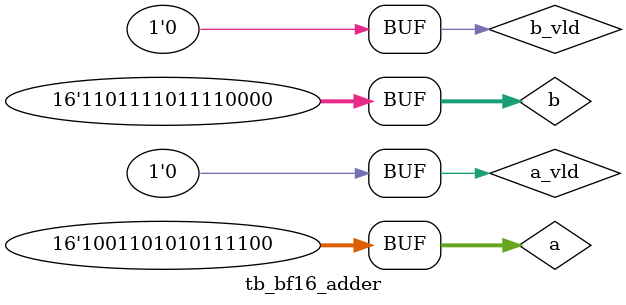
<source format=v>
`timescale 1ns / 1ps


module tb_bf16_adder( );
    reg [15:0] a;
    reg a_vld;
    reg [15:0] b;
    reg b_vld;
    wire [15:0] z;
    wire z_vld;

    // Instantiate the Device Under Test (DUT)
    bf16_adder1 dut (
        .a(a),
        .a_vld(a_vld),
        .b(b),
        .b_vld(b_vld),
        .z(z),
        .z_vld(z_vld)
    );

    initial begin
        // Initialize inputs
        a = 16'h0;
        a_vld = 0;
        b = 16'h0;
        b_vld = 0;

        // Apply test vectors
        #10 a = 16'h1234; a_vld = 1;
        #10 b = 16'h5678; b_vld = 1;
        #10 a = 16'h9abc; a_vld = 1;
        #10 b = 16'hdef0; b_vld = 1;
        #10 a_vld = 0; b_vld = 0;
    end

    initial begin
        // Monitor the output
        $monitor("At time %d, z = %h, z_vld = %b", $time, z, z_vld);
    end

endmodule

</source>
